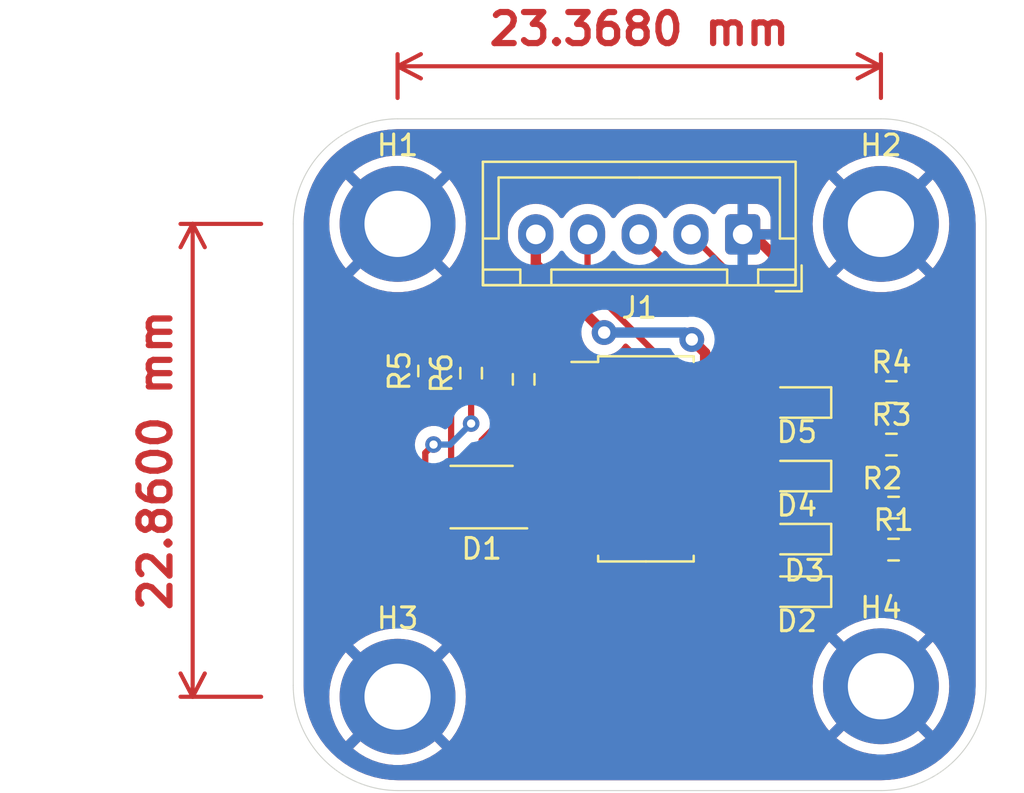
<source format=kicad_pcb>
(kicad_pcb (version 20221018) (generator pcbnew)
  (layers (0 "F.Cu" signal) (31 "B.Cu" signal) (34 "B.Paste" user) (35 "F.Paste" user) (36 "B.SilkS" user "B.Silkscreen") (37 "F.SilkS" user "F.Silkscreen") (38 "B.Mask" user) (39 "F.Mask" user) (44 "Edge.Cuts" user))
  (net 0 "")
  (net 1 "Net-(D1-RK)")
  (net 2 "Net-(D1-Pad6)")
  (net 3 "Net-(D1-GK-Pad4)")
  (net 4 "Net-(D1-BA)")
  (net 5 "Net-(D2-K)")
  (net 6 "Net-(D2-A)")
  (net 7 "Net-(D3-K)")
  (net 8 "Net-(D3-A)")
  (net 9 "Net-(D4-K)")
  (net 10 "Net-(D4-A)")
  (net 11 "Net-(D5-K)")
  (net 12 "Net-(D5-A)")
  (net 13 "GND")
  (net 14 "SCL")
  (net 15 "SDA")
  (net 16 "Net-(U1-LED0)")
  (net 17 "OUTPUT")
  (net 18 "+5V")
  (net 24 "Net-(D1-RA)")
  (footprint "Resistor_SMD:R_0603_1608Metric_Pad0.98x0.95mm_HandSolder" (layer "F.Cu") (at 145.288 71.628)
    (fp_text reference "R4" (at 0 -1.43) (layer "F.SilkS"))
    (fp_text value "100")
    (fp_line (start -0.254724 -0.5225) (end 0.254724 -0.5225) (stroke (width 0.12)) (layer "F.SilkS"))
    (fp_line (start -0.254724 0.5225) (end 0.254724 0.5225) (stroke (width 0.12)) (layer "F.SilkS"))
    (pad "1" smd roundrect (at -0.9125 0) (size 0.975 0.95) (layers "F.Cu" "F.Paste" "F.Mask") (net 11 "Net-(D5-K)"))
    (pad "2" smd roundrect (at 0.9125 0) (size 0.975 0.95) (layers "F.Cu" "F.Paste" "F.Mask") (net 13 "GND"))
  )
  (footprint "LED_SMD:LED_0603_1608Metric_Pad1.05x0.95mm_HandSolder" (layer "F.Cu") (at 140.716 72.136 180)
    (fp_text reference "D5" (at 0 -1.43) (layer "F.SilkS"))
    (fp_text value "LED_4")
    (fp_line (start -1.66 -0.735) (end -1.66 0.735) (stroke (width 0.12)) (layer "F.SilkS"))
    (fp_line (start -1.66 0.735) (end 0.8 0.735) (stroke (width 0.12)) (layer "F.SilkS"))
    (fp_line (start 0.8 -0.735) (end -1.66 -0.735) (stroke (width 0.12)) (layer "F.SilkS"))
    (pad "1" smd roundrect (at -0.875 0 180) (size 1.05 0.95) (layers "F.Cu" "F.Paste" "F.Mask") (net 11 "Net-(D5-K)"))
    (pad "2" smd roundrect (at 0.875 0 180) (size 1.05 0.95) (layers "F.Cu" "F.Paste" "F.Mask") (net 12 "Net-(D5-A)"))
  )
  (footprint "Resistor_SMD:R_0603_1608Metric_Pad0.98x0.95mm_HandSolder" (layer "F.Cu") (at 124.968 70.7155 90)
    (fp_text reference "R6" (at 0 -1.43 90) (layer "F.SilkS"))
    (fp_text value "100")
    (fp_line (start -0.254724 -0.5225) (end 0.254724 -0.5225) (stroke (width 0.12)) (layer "F.SilkS"))
    (fp_line (start -0.254724 0.5225) (end 0.254724 0.5225) (stroke (width 0.12)) (layer "F.SilkS"))
    (pad "1" smd roundrect (at -0.9125 0 90) (size 0.975 0.95) (layers "F.Cu" "F.Paste" "F.Mask") (net 2 "Net-(D1-Pad6)"))
    (pad "2" smd roundrect (at 0.9125 0 90) (size 0.975 0.95) (layers "F.Cu" "F.Paste" "F.Mask") (net 13 "GND"))
  )
  (footprint "Resistor_SMD:R_0603_1608Metric_Pad0.98x0.95mm_HandSolder" (layer "F.Cu") (at 127.508 71.0165 90)
    (fp_text reference "R7" hide)
    (fp_text value "150")
    (fp_line (start -0.254724 -0.5225) (end 0.254724 -0.5225) (stroke (width 0.12)) (layer "F.SilkS"))
    (fp_line (start -0.254724 0.5225) (end 0.254724 0.5225) (stroke (width 0.12)) (layer "F.SilkS"))
    (pad "1" smd roundrect (at -0.9125 0 90) (size 0.975 0.95) (layers "F.Cu" "F.Paste" "F.Mask") (net 1 "Net-(D1-RK)"))
    (pad "2" smd roundrect (at 0.9125 0 90) (size 0.975 0.95) (layers "F.Cu" "F.Paste" "F.Mask") (net 13 "GND"))
  )
  (footprint "Resistor_SMD:R_0603_1608Metric_Pad0.98x0.95mm_HandSolder" (layer "F.Cu") (at 122.936 70.612 90)
    (fp_text reference "R5" (at 0 -1.43 90) (layer "F.SilkS"))
    (fp_text value "100")
    (fp_line (start -0.254724 -0.5225) (end 0.254724 -0.5225) (stroke (width 0.12)) (layer "F.SilkS"))
    (fp_line (start -0.254724 0.5225) (end 0.254724 0.5225) (stroke (width 0.12)) (layer "F.SilkS"))
    (pad "1" smd roundrect (at -0.9125 0 90) (size 0.975 0.95) (layers "F.Cu" "F.Paste" "F.Mask") (net 3 "Net-(D1-GK-Pad4)"))
    (pad "2" smd roundrect (at 0.9125 0 90) (size 0.975 0.95) (layers "F.Cu" "F.Paste" "F.Mask") (net 13 "GND"))
  )
  (footprint "Resistor_SMD:R_0603_1608Metric_Pad0.98x0.95mm_HandSolder" (layer "F.Cu") (at 145.288 74.168)
    (fp_text reference "R3" (at 0 -1.43) (layer "F.SilkS"))
    (fp_text value "100")
    (fp_line (start -0.254724 -0.5225) (end 0.254724 -0.5225) (stroke (width 0.12)) (layer "F.SilkS"))
    (fp_line (start -0.254724 0.5225) (end 0.254724 0.5225) (stroke (width 0.12)) (layer "F.SilkS"))
    (pad "1" smd roundrect (at -0.9125 0) (size 0.975 0.95) (layers "F.Cu" "F.Paste" "F.Mask") (net 9 "Net-(D4-K)"))
    (pad "2" smd roundrect (at 0.9125 0) (size 0.975 0.95) (layers "F.Cu" "F.Paste" "F.Mask") (net 13 "GND"))
  )
  (footprint "Package_SO:TSSOP-28_4.4x9.7mm_P0.65mm" (layer "F.Cu") (at 133.4185 74.859)
    (fp_text reference "U1" hide)
    (fp_text value "PCA9685PW")
    (fp_line (start -2.31 -4.96) (end -2.31 -4.685) (stroke (width 0.12)) (layer "F.SilkS"))
    (fp_line (start -2.31 -4.685) (end -3.6 -4.685) (stroke (width 0.12)) (layer "F.SilkS"))
    (fp_line (start -2.31 4.96) (end -2.31 4.685) (stroke (width 0.12)) (layer "F.SilkS"))
    (fp_line (start 0 -4.96) (end -2.31 -4.96) (stroke (width 0.12)) (layer "F.SilkS"))
    (fp_line (start 0 -4.96) (end 2.31 -4.96) (stroke (width 0.12)) (layer "F.SilkS"))
    (fp_line (start 0 4.96) (end -2.31 4.96) (stroke (width 0.12)) (layer "F.SilkS"))
    (fp_line (start 0 4.96) (end 2.31 4.96) (stroke (width 0.12)) (layer "F.SilkS"))
    (fp_line (start 2.31 -4.96) (end 2.31 -4.685) (stroke (width 0.12)) (layer "F.SilkS"))
    (fp_line (start 2.31 4.96) (end 2.31 4.685) (stroke (width 0.12)) (layer "F.SilkS"))
    (pad "1" smd roundrect (at -2.8625 -4.225) (size 1.475 0.4) (layers "F.Cu" "F.Paste" "F.Mask"))
    (pad "2" smd roundrect (at -2.8625 -3.575) (size 1.475 0.4) (layers "F.Cu" "F.Paste" "F.Mask"))
    (pad "3" smd roundrect (at -2.8625 -2.925) (size 1.475 0.4) (layers "F.Cu" "F.Paste" "F.Mask"))
    (pad "4" smd roundrect (at -2.8625 -2.275) (size 1.475 0.4) (layers "F.Cu" "F.Paste" "F.Mask"))
    (pad "5" smd roundrect (at -2.8625 -1.625) (size 1.475 0.4) (layers "F.Cu" "F.Paste" "F.Mask"))
    (pad "6" smd roundrect (at -2.8625 -0.975) (size 1.475 0.4) (layers "F.Cu" "F.Paste" "F.Mask") (net 16 "Net-(U1-LED0)"))
    (pad "7" smd roundrect (at -2.8625 -0.325) (size 1.475 0.4) (layers "F.Cu" "F.Paste" "F.Mask") (net 24 "Net-(D1-RA)"))
    (pad "8" smd roundrect (at -2.8625 0.325) (size 1.475 0.4) (layers "F.Cu" "F.Paste" "F.Mask") (net 4 "Net-(D1-BA)"))
    (pad "9" smd roundrect (at -2.8625 0.975) (size 1.475 0.4) (layers "F.Cu" "F.Paste" "F.Mask"))
    (pad "10" smd roundrect (at -2.8625 1.625) (size 1.475 0.4) (layers "F.Cu" "F.Paste" "F.Mask"))
    (pad "11" smd roundrect (at -2.8625 2.275) (size 1.475 0.4) (layers "F.Cu" "F.Paste" "F.Mask"))
    (pad "12" smd roundrect (at -2.8625 2.925) (size 1.475 0.4) (layers "F.Cu" "F.Paste" "F.Mask"))
    (pad "13" smd roundrect (at -2.8625 3.575) (size 1.475 0.4) (layers "F.Cu" "F.Paste" "F.Mask"))
    (pad "14" smd roundrect (at -2.8625 4.225) (size 1.475 0.4) (layers "F.Cu" "F.Paste" "F.Mask") (net 13 "GND"))
    (pad "15" smd roundrect (at 2.8625 4.225) (size 1.475 0.4) (layers "F.Cu" "F.Paste" "F.Mask") (net 6 "Net-(D2-A)"))
    (pad "16" smd roundrect (at 2.8625 3.575) (size 1.475 0.4) (layers "F.Cu" "F.Paste" "F.Mask"))
    (pad "17" smd roundrect (at 2.8625 2.925) (size 1.475 0.4) (layers "F.Cu" "F.Paste" "F.Mask") (net 8 "Net-(D3-A)"))
    (pad "18" smd roundrect (at 2.8625 2.275) (size 1.475 0.4) (layers "F.Cu" "F.Paste" "F.Mask"))
    (pad "19" smd roundrect (at 2.8625 1.625) (size 1.475 0.4) (layers "F.Cu" "F.Paste" "F.Mask") (net 10 "Net-(D4-A)"))
    (pad "20" smd roundrect (at 2.8625 0.975) (size 1.475 0.4) (layers "F.Cu" "F.Paste" "F.Mask"))
    (pad "21" smd roundrect (at 2.8625 0.325) (size 1.475 0.4) (layers "F.Cu" "F.Paste" "F.Mask") (net 12 "Net-(D5-A)"))
    (pad "22" smd roundrect (at 2.8625 -0.325) (size 1.475 0.4) (layers "F.Cu" "F.Paste" "F.Mask"))
    (pad "23" smd roundrect (at 2.8625 -0.975) (size 1.475 0.4) (layers "F.Cu" "F.Paste" "F.Mask") (net 17 "OUTPUT"))
    (pad "24" smd roundrect (at 2.8625 -1.625) (size 1.475 0.4) (layers "F.Cu" "F.Paste" "F.Mask"))
    (pad "25" smd roundrect (at 2.8625 -2.275) (size 1.475 0.4) (layers "F.Cu" "F.Paste" "F.Mask"))
    (pad "26" smd roundrect (at 2.8625 -2.925) (size 1.475 0.4) (layers "F.Cu" "F.Paste" "F.Mask") (net 14 "SCL"))
    (pad "27" smd roundrect (at 2.8625 -3.575) (size 1.475 0.4) (layers "F.Cu" "F.Paste" "F.Mask") (net 15 "SDA"))
    (pad "28" smd roundrect (at 2.8625 -4.225) (size 1.475 0.4) (layers "F.Cu" "F.Paste" "F.Mask") (net 18 "+5V"))
  )
  (footprint "Connector_JST:JST_XH_B5B-XH-A_1x05_P2.50mm_Vertical" (layer "F.Cu") (at 138.096 64.008 180)
    (fp_text reference "J1" (at 5 -3.55) (layer "F.SilkS"))
    (fp_text value "Conn_01x05")
    (fp_line (start -2.85 -2.75) (end -2.85 -1.5) (stroke (width 0.12)) (layer "F.SilkS"))
    (fp_line (start -2.56 -2.46) (end -2.56 3.51) (stroke (width 0.12)) (layer "F.SilkS"))
    (fp_line (start -2.56 3.51) (end 12.56 3.51) (stroke (width 0.12)) (layer "F.SilkS"))
    (fp_line (start -2.55 -2.45) (end -2.55 -1.7) (stroke (width 0.12)) (layer "F.SilkS"))
    (fp_line (start -2.55 -1.7) (end -0.75 -1.7) (stroke (width 0.12)) (layer "F.SilkS"))
    (fp_line (start -2.55 -0.2) (end -1.8 -0.2) (stroke (width 0.12)) (layer "F.SilkS"))
    (fp_line (start -1.8 -0.2) (end -1.8 2.75) (stroke (width 0.12)) (layer "F.SilkS"))
    (fp_line (start -1.8 2.75) (end 5 2.75) (stroke (width 0.12)) (layer "F.SilkS"))
    (fp_line (start -1.6 -2.75) (end -2.85 -2.75) (stroke (width 0.12)) (layer "F.SilkS"))
    (fp_line (start -0.75 -2.45) (end -2.55 -2.45) (stroke (width 0.12)) (layer "F.SilkS"))
    (fp_line (start -0.75 -1.7) (end -0.75 -2.45) (stroke (width 0.12)) (layer "F.SilkS"))
    (fp_line (start 0.75 -2.45) (end 0.75 -1.7) (stroke (width 0.12)) (layer "F.SilkS"))
    (fp_line (start 0.75 -1.7) (end 9.25 -1.7) (stroke (width 0.12)) (layer "F.SilkS"))
    (fp_line (start 9.25 -2.45) (end 0.75 -2.45) (stroke (width 0.12)) (layer "F.SilkS"))
    (fp_line (start 9.25 -1.7) (end 9.25 -2.45) (stroke (width 0.12)) (layer "F.SilkS"))
    (fp_line (start 10.75 -2.45) (end 10.75 -1.7) (stroke (width 0.12)) (layer "F.SilkS"))
    (fp_line (start 10.75 -1.7) (end 12.55 -1.7) (stroke (width 0.12)) (layer "F.SilkS"))
    (fp_line (start 11.8 -0.2) (end 11.8 2.75) (stroke (width 0.12)) (layer "F.SilkS"))
    (fp_line (start 11.8 2.75) (end 5 2.75) (stroke (width 0.12)) (layer "F.SilkS"))
    (fp_line (start 12.55 -2.45) (end 10.75 -2.45) (stroke (width 0.12)) (layer "F.SilkS"))
    (fp_line (start 12.55 -1.7) (end 12.55 -2.45) (stroke (width 0.12)) (layer "F.SilkS"))
    (fp_line (start 12.55 -0.2) (end 11.8 -0.2) (stroke (width 0.12)) (layer "F.SilkS"))
    (fp_line (start 12.56 -2.46) (end -2.56 -2.46) (stroke (width 0.12)) (layer "F.SilkS"))
    (fp_line (start 12.56 3.51) (end 12.56 -2.46) (stroke (width 0.12)) (layer "F.SilkS"))
    (pad "1" thru_hole roundrect (at 0 0 180) (size 1.7 1.95) (drill 0.95) (layers "*.Cu" "*.Mask") (roundrect_rratio 0.147059) (net 13 "GND"))
    (pad "2" thru_hole oval (at 2.5 0 180) (size 1.7 1.95) (drill 0.95) (layers "*.Cu" "*.Mask") (net 17 "OUTPUT"))
    (pad "3" thru_hole oval (at 5 0 180) (size 1.7 1.95) (drill 0.95) (layers "*.Cu" "*.Mask") (net 14 "SCL"))
    (pad "4" thru_hole oval (at 7.5 0 180) (size 1.7 1.95) (drill 0.95) (layers "*.Cu" "*.Mask") (net 15 "SDA"))
    (pad "5" thru_hole oval (at 10 0 180) (size 1.7 1.95) (drill 0.95) (layers "*.Cu" "*.Mask") (net 18 "+5V"))
  )
  (footprint "MountingHole:MountingHole_3.2mm_M3_DIN965_Pad" (layer "F.Cu") (at 144.78 85.852)
    (fp_text reference "H4" (at 0 -3.8) (layer "F.SilkS"))
    (fp_text value "MountingHole_Pad")
    (pad "1" thru_hole circle (at 0 0) (size 5.6 5.6) (drill 3.2) (layers "*.Cu" "*.Mask") (net 13 "GND"))
  )
  (footprint "LED_SMD:LED_0603_1608Metric_Pad1.05x0.95mm_HandSolder" (layer "F.Cu") (at 140.716 75.692 180)
    (fp_text reference "D4" (at 0 -1.43) (layer "F.SilkS"))
    (fp_text value "LED_3")
    (fp_line (start -1.66 -0.735) (end -1.66 0.735) (stroke (width 0.12)) (layer "F.SilkS"))
    (fp_line (start -1.66 0.735) (end 0.8 0.735) (stroke (width 0.12)) (layer "F.SilkS"))
    (fp_line (start 0.8 -0.735) (end -1.66 -0.735) (stroke (width 0.12)) (layer "F.SilkS"))
    (pad "1" smd roundrect (at -0.875 0 180) (size 1.05 0.95) (layers "F.Cu" "F.Paste" "F.Mask") (net 9 "Net-(D4-K)"))
    (pad "2" smd roundrect (at 0.875 0 180) (size 1.05 0.95) (layers "F.Cu" "F.Paste" "F.Mask") (net 10 "Net-(D4-A)"))
  )
  (footprint "MountingHole:MountingHole_3.2mm_M3_DIN965_Pad" (layer "F.Cu") (at 144.78 63.5)
    (fp_text reference "H2" (at 0 -3.8) (layer "F.SilkS"))
    (fp_text value "MountingHole_Pad")
    (pad "1" thru_hole circle (at 0 0) (size 5.6 5.6) (drill 3.2) (layers "*.Cu" "*.Mask") (net 13 "GND"))
  )
  (footprint "MountingHole:MountingHole_3.2mm_M3_DIN965_Pad" (layer "F.Cu") (at 121.412 63.5)
    (fp_text reference "H1" (at 0 -3.8) (layer "F.SilkS"))
    (fp_text value "MountingHole_Pad")
    (pad "1" thru_hole circle (at 0 0) (size 5.6 5.6) (drill 3.2) (layers "*.Cu" "*.Mask") (net 13 "GND"))
  )
  (footprint "LED_SMD:LED_Avago_PLCC6_3x2.8mm" (layer "F.Cu") (at 125.476 76.708 180)
    (fp_text reference "D1" (at 0 -2.5) (layer "F.SilkS"))
    (fp_text value "LED_RGB")
    (fp_line (start -2.2 -1.51) (end 1.5 -1.51) (stroke (width 0.12)) (layer "F.SilkS"))
    (fp_line (start -1.5 1.51) (end 1.5 1.51) (stroke (width 0.12)) (layer "F.SilkS"))
    (pad "1" smd rect (at -1.475 -0.9 180) (size 1.6 0.5) (layers "F.Cu" "F.Paste" "F.Mask") (net 24 "Net-(D1-RA)"))
    (pad "2" smd rect (at -1.475 0 180) (size 1.6 0.5) (layers "F.Cu" "F.Paste" "F.Mask") (net 1 "Net-(D1-RK)"))
    (pad "3" smd rect (at -1.475 0.9 180) (size 1.6 0.5) (layers "F.Cu" "F.Paste" "F.Mask") (net 16 "Net-(U1-LED0)"))
    (pad "4" smd rect (at 1.475 0.9 180) (size 1.6 0.5) (layers "F.Cu" "F.Paste" "F.Mask") (net 3 "Net-(D1-GK-Pad4)"))
    (pad "5" smd rect (at 1.475 0 180) (size 1.6 0.5) (layers "F.Cu" "F.Paste" "F.Mask") (net 4 "Net-(D1-BA)"))
    (pad "6" smd rect (at 1.475 -0.9 180) (size 1.6 0.5) (layers "F.Cu" "F.Paste" "F.Mask") (net 2 "Net-(D1-Pad6)"))
  )
  (footprint "Resistor_SMD:R_0603_1608Metric_Pad0.98x0.95mm_HandSolder" (layer "F.Cu") (at 145.3915 77.216)
    (fp_text reference "R2" (at -0.544 -1.404) (layer "F.SilkS"))
    (fp_text value "100")
    (fp_line (start -0.254724 -0.5225) (end 0.254724 -0.5225) (stroke (width 0.12)) (layer "F.SilkS"))
    (fp_line (start -0.254724 0.5225) (end 0.254724 0.5225) (stroke (width 0.12)) (layer "F.SilkS"))
    (pad "1" smd roundrect (at -0.9125 0) (size 0.975 0.95) (layers "F.Cu" "F.Paste" "F.Mask") (net 7 "Net-(D3-K)"))
    (pad "2" smd roundrect (at 0.9125 0) (size 0.975 0.95) (layers "F.Cu" "F.Paste" "F.Mask") (net 13 "GND"))
  )
  (footprint "LED_SMD:LED_0603_1608Metric_Pad1.05x0.95mm_HandSolder" (layer "F.Cu") (at 140.716 81.28 180)
    (fp_text reference "D2" (at 0 -1.43) (layer "F.SilkS"))
    (fp_text value "LED_1")
    (fp_line (start -1.66 -0.735) (end -1.66 0.735) (stroke (width 0.12)) (layer "F.SilkS"))
    (fp_line (start -1.66 0.735) (end 0.8 0.735) (stroke (width 0.12)) (layer "F.SilkS"))
    (fp_line (start 0.8 -0.735) (end -1.66 -0.735) (stroke (width 0.12)) (layer "F.SilkS"))
    (pad "1" smd roundrect (at -0.875 0 180) (size 1.05 0.95) (layers "F.Cu" "F.Paste" "F.Mask") (net 5 "Net-(D2-K)"))
    (pad "2" smd roundrect (at 0.875 0 180) (size 1.05 0.95) (layers "F.Cu" "F.Paste" "F.Mask") (net 6 "Net-(D2-A)"))
  )
  (footprint "LED_SMD:LED_0603_1608Metric_Pad1.05x0.95mm_HandSolder" (layer "F.Cu") (at 140.716 78.74 180)
    (fp_text reference "D3" (at -0.367 -1.524) (layer "F.SilkS"))
    (fp_text value "LED_2")
    (fp_line (start -1.66 -0.735) (end -1.66 0.735) (stroke (width 0.12)) (layer "F.SilkS"))
    (fp_line (start -1.66 0.735) (end 0.8 0.735) (stroke (width 0.12)) (layer "F.SilkS"))
    (fp_line (start 0.8 -0.735) (end -1.66 -0.735) (stroke (width 0.12)) (layer "F.SilkS"))
    (pad "1" smd roundrect (at -0.875 0 180) (size 1.05 0.95) (layers "F.Cu" "F.Paste" "F.Mask") (net 7 "Net-(D3-K)"))
    (pad "2" smd roundrect (at 0.875 0 180) (size 1.05 0.95) (layers "F.Cu" "F.Paste" "F.Mask") (net 8 "Net-(D3-A)"))
  )
  (footprint "MountingHole:MountingHole_3.2mm_M3_DIN965_Pad" (layer "F.Cu") (at 121.412 86.36)
    (fp_text reference "H3" (at 0 -3.8) (layer "F.SilkS"))
    (fp_text value "MountingHole_Pad")
    (pad "1" thru_hole circle (at 0 0) (size 5.6 5.6) (drill 3.2) (layers "*.Cu" "*.Mask") (net 13 "GND"))
  )
  (footprint "Resistor_SMD:R_0603_1608Metric_Pad0.98x0.95mm_HandSolder" (layer "F.Cu") (at 145.3915 79.248)
    (fp_text reference "R1" (at 0 -1.43) (layer "F.SilkS"))
    (fp_text value "100")
    (fp_line (start -0.254724 -0.5225) (end 0.254724 -0.5225) (stroke (width 0.12)) (layer "F.SilkS"))
    (fp_line (start -0.254724 0.5225) (end 0.254724 0.5225) (stroke (width 0.12)) (layer "F.SilkS"))
    (pad "1" smd roundrect (at -0.9125 0) (size 0.975 0.95) (layers "F.Cu" "F.Paste" "F.Mask") (net 5 "Net-(D2-K)"))
    (pad "2" smd roundrect (at 0.9125 0) (size 0.975 0.95) (layers "F.Cu" "F.Paste" "F.Mask") (net 13 "GND"))
  )
  (gr_line (start 144.78 90.895898) (end 121.448102 90.895898) (stroke (width 0.05)) (layer "Edge.Cuts"))
  (gr_line (start 144.78 58.42) (end 121.412 58.42) (stroke (width 0.05)) (layer "Edge.Cuts"))
  (gr_arc (start 121.448102 90.895898) (mid 117.856 89.408) (end 116.368102 85.815898) (stroke (width 0.05)) (layer "Edge.Cuts"))
  (gr_arc (start 149.86 85.852) (mid 148.359406 89.420833) (end 144.78 90.896026) (stroke (width 0.05)) (layer "Edge.Cuts"))
  (gr_line (start 116.368102 63.5) (end 116.368102 85.815898) (stroke (width 0.05)) (layer "Edge.Cuts"))
  (gr_arc (start 144.78 58.42) (mid 148.372102 59.907898) (end 149.86 63.5) (stroke (width 0.05)) (layer "Edge.Cuts"))
  (gr_arc (start 116.367974 63.5) (mid 117.843168 59.920594) (end 121.412 58.42) (stroke (width 0.05)) (layer "Edge.Cuts"))
  (gr_line (start 149.86 63.5) (end 149.86 85.852) (stroke (width 0.05)) (layer "Edge.Cuts"))
  (gr_text "T" (at 118.364 79.248) (layer "F.Cu") (effects (font (size 1.5 1.5) (thickness 0.3) bold) (justify left bottom)))
  (gr_text "Led driver" (at 128.016 88.9) (layer "F.Cu") (effects (font (size 1.5 1.5) (thickness 0.3) bold) (justify left bottom)))
  (gr_text "Cohoma" (at 128.016 86.36) (layer "F.Cu") (effects (font (size 1.5 1.5) (thickness 0.3) bold) (justify left bottom)))
  (gr_text "B" (at 118.364 79.248) (layer "B.Cu") (effects (font (size 1.5 1.5) (thickness 0.3) bold) (justify left bottom)))
  (dimension (type aligned) (layer "F.Cu") (pts (xy 121.412 57.912) (xy 144.78 57.912)) (height -2.032) (gr_text "23,3680 mm" (at 133.096 54.08) (layer "F.Cu") (effects (font (size 1.5 1.5) (thickness 0.3)))) (format (prefix "") (suffix "") (units 3) (units_format 1) (precision 4)) (style (thickness 0.2) (arrow_length 1.27) (text_position_mode 0) (extension_height 0.58642) (extension_offset 0.5) keep_text_aligned))
  (dimension (type aligned) (layer "F.Cu") (pts (xy 115.316 63.5) (xy 115.316 86.36)) (height 3.809999) (gr_text "22,8600 mm" (at 109.706001 74.93 90) (layer "F.Cu") (effects (font (size 1.5 1.5) (thickness 0.3)))) (format (prefix "") (suffix "") (units 3) (units_format 1) (precision 4)) (style (thickness 0.2) (arrow_length 1.27) (text_position_mode 0) (extension_height 0.58642) (extension_offset 0.5) keep_text_aligned))
  (segment (start 125.851 76.708) (end 125.476 76.333) (width 0.3) (layer "F.Cu") (net 1))
  (segment (start 126.951 76.708) (end 125.851 76.708) (width 0.3) (layer "F.Cu") (net 1))
  (segment (start 125.476 73.961) (end 127.508 71.929) (width 0.3) (layer "F.Cu") (net 1))
  (segment (start 125.476 76.333) (end 125.476 73.961) (width 0.3) (layer "F.Cu") (net 1))
  (segment (start 122.751 74.5685) (end 123.1515 74.168) (width 0.3) (layer "F.Cu") (net 2))
  (segment (start 122.901 77.608) (end 122.751 77.458) (width 0.3) (layer "F.Cu") (net 2))
  (segment (start 124.978252 71.617748) (end 124.968 71.628) (width 0.3) (layer "F.Cu") (net 2))
  (segment (start 122.751 77.458) (end 122.751 74.5685) (width 0.3) (layer "F.Cu") (net 2))
  (segment (start 124.001 77.608) (end 122.901 77.608) (width 0.3) (layer "F.Cu") (net 2))
  (segment (start 124.968 73.152) (end 124.968 71.628) (width 0.3) (layer "F.Cu") (net 2))
  (via (at 123.1515 74.168) (size 0.8) (drill 0.4) (layers "F.Cu" "B.Cu") (net 2))
  (via (at 124.968 73.152) (size 0.8) (drill 0.4) (layers "F.Cu" "B.Cu") (net 2))
  (segment (start 123.952 74.168) (end 124.968 73.152) (width 0.3) (layer "B.Cu") (net 2))
  (segment (start 123.1515 74.168) (end 123.952 74.168) (width 0.3) (layer "B.Cu") (net 2))
  (segment (start 124.001 72.5895) (end 122.936 71.5245) (width 0.3) (layer "F.Cu") (net 3))
  (segment (start 124.001 75.808) (end 124.001 72.5895) (width 0.3) (layer "F.Cu") (net 3))
  (segment (start 124.001 75.643) (end 123.952 75.692) (width 0) (layer "F.Cu") (net 3))
  (segment (start 122.8605 71.6) (end 122.936 71.5245) (width 0.3) (layer "F.Cu") (net 3))
  (segment (start 125.002472 76.708) (end 125.701 77.406528) (width 0.3) (layer "F.Cu") (net 4))
  (segment (start 129.54 75.184) (end 130.556 75.184) (width 0.3) (layer "F.Cu") (net 4))
  (segment (start 129.3685 77.3875) (end 129.3685 75.3555) (width 0.3) (layer "F.Cu") (net 4))
  (segment (start 125.701 78.308) (end 128.448 78.308) (width 0.3) (layer "F.Cu") (net 4))
  (segment (start 129.3685 75.3555) (end 129.54 75.184) (width 0.3) (layer "F.Cu") (net 4))
  (segment (start 128.448 78.308) (end 129.3685 77.3875) (width 0.3) (layer "F.Cu") (net 4))
  (segment (start 125.701 77.406528) (end 125.701 78.308) (width 0.3) (layer "F.Cu") (net 4))
  (segment (start 124.001 76.708) (end 125.002472 76.708) (width 0.3) (layer "F.Cu") (net 4))
  (segment (start 142.447 81.28) (end 144.479 79.248) (width 0.3) (layer "F.Cu") (net 5))
  (segment (start 141.591 81.28) (end 142.447 81.28) (width 0.3) (layer "F.Cu") (net 5))
  (segment (start 139.841 81.28) (end 138.477 81.28) (width 0.3) (layer "F.Cu") (net 6))
  (segment (start 138.477 81.28) (end 136.281 79.084) (width 0.3) (layer "F.Cu") (net 6))
  (segment (start 142.955 78.74) (end 144.479 77.216) (width 0.3) (layer "F.Cu") (net 7))
  (segment (start 141.591 78.74) (end 142.955 78.74) (width 0.3) (layer "F.Cu") (net 7))
  (segment (start 139.841 78.74) (end 138.885 77.784) (width 0.3) (layer "F.Cu") (net 8))
  (segment (start 138.885 77.784) (end 136.281 77.784) (width 0.3) (layer "F.Cu") (net 8))
  (segment (start 141.591 75.692) (end 142.8515 75.692) (width 0.3) (layer "F.Cu") (net 9))
  (segment (start 142.8515 75.692) (end 144.3755 74.168) (width 0.3) (layer "F.Cu") (net 9))
  (segment (start 139.049 76.484) (end 136.281 76.484) (width 0.3) (layer "F.Cu") (net 10))
  (segment (start 139.841 75.692) (end 139.049 76.484) (width 0.3) (layer "F.Cu") (net 10))
  (segment (start 143.8675 72.136) (end 144.3755 71.628) (width 0.3) (layer "F.Cu") (net 11))
  (segment (start 141.591 72.136) (end 143.8675 72.136) (width 0.3) (layer "F.Cu") (net 11))
  (segment (start 139.841 72.136) (end 139.841 72.843528) (width 0.3) (layer "F.Cu") (net 12))
  (segment (start 139.841 72.843528) (end 137.500528 75.184) (width 0.3) (layer "F.Cu") (net 12))
  (segment (start 137.500528 75.184) (end 136.281 75.184) (width 0.3) (layer "F.Cu") (net 12))
  (segment (start 127.508 70.104) (end 125.269 70.104) (width 0.5) (layer "F.Cu") (net 13))
  (segment (start 146.2005 77.1125) (end 146.304 77.216) (width 0.5) (layer "F.Cu") (net 13))
  (segment (start 124.968 69.803) (end 123.0395 69.803) (width 0.5) (layer "F.Cu") (net 13))
  (segment (start 131.858 80.486) (end 130.556 79.184) (width 0.5) (layer "F.Cu") (net 13))
  (segment (start 125.269 70.104) (end 124.968 69.803) (width 0.5) (layer "F.Cu") (net 13))
  (segment (start 138.096 64.008) (end 138.5805 64.008) (width 0.5) (layer "F.Cu") (net 13))
  (segment (start 121.911 78.731) (end 121.911 70.7245) (width 0.5) (layer "F.Cu") (net 13))
  (segment (start 123.0395 69.803) (end 122.936 69.6995) (width 0.5) (layer "F.Cu") (net 13))
  (segment (start 146.304 79.248) (end 143.247 82.305) (width 0.5) (layer "F.Cu") (net 13))
  (segment (start 146.2005 71.628) (end 146.2005 74.168) (width 0.5) (layer "F.Cu") (net 13))
  (segment (start 133.677 82.305) (end 131.858 80.486) (width 0.5) (layer "F.Cu") (net 13))
  (segment (start 121.911 70.7245) (end 122.936 69.6995) (width 0.5) (layer "F.Cu") (net 13))
  (segment (start 131.858 80.486) (end 123.666 80.486) (width 0.5) (layer "F.Cu") (net 13))
  (segment (start 146.304 77.216) (end 146.304 79.248) (width 0.5) (layer "F.Cu") (net 13))
  (segment (start 123.666 80.486) (end 121.911 78.731) (width 0.5) (layer "F.Cu") (net 13))
  (segment (start 138.5805 64.008) (end 146.2005 71.628) (width 0.5) (layer "F.Cu") (net 13))
  (segment (start 143.247 82.305) (end 133.677 82.305) (width 0.5) (layer "F.Cu") (net 13))
  (segment (start 146.2005 74.168) (end 146.2005 77.1125) (width 0.5) (layer "F.Cu") (net 13))
  (segment (start 133.096 64.008) (end 138.084 68.996) (width 0.3) (layer "F.Cu") (net 14))
  (segment (start 137.354158 71.934) (end 136.281 71.934) (width 0.3) (layer "F.Cu") (net 14))
  (segment (start 138.084 71.204158) (end 137.354158 71.934) (width 0.3) (layer "F.Cu") (net 14))
  (segment (start 138.084 68.996) (end 138.084 71.204158) (width 0.3) (layer "F.Cu") (net 14))
  (segment (start 130.596 66.464317) (end 135.415683 71.284) (width 0.3) (layer "F.Cu") (net 15))
  (segment (start 130.596 64.008) (end 130.596 66.464317) (width 0.3) (layer "F.Cu") (net 15))
  (segment (start 135.415683 71.284) (end 136.281 71.284) (width 0.3) (layer "F.Cu") (net 15))
  (segment (start 126.951 75.808) (end 128.875 73.884) (width 0.3) (layer "F.Cu") (net 16))
  (segment (start 128.875 73.884) (end 130.556 73.884) (width 0.3) (layer "F.Cu") (net 16))
  (segment (start 135.596 64.008) (end 138.684 67.096) (width 0.3) (layer "F.Cu") (net 17))
  (segment (start 138.684 73.152) (end 137.952 73.884) (width 0.3) (layer "F.Cu") (net 17))
  (segment (start 137.952 73.884) (end 136.281 73.884) (width 0.3) (layer "F.Cu") (net 17))
  (segment (start 138.684 67.096) (end 138.684 73.152) (width 0.3) (layer "F.Cu") (net 17))
  (segment (start 135.636 69.088) (end 136.281 69.733) (width 0.5) (layer "F.Cu") (net 18))
  (segment (start 136.281 69.733) (end 136.281 70.534) (width 0.5) (layer "F.Cu") (net 18))
  (segment (start 128.096 64.008) (end 128.096 65.448535) (width 0.5) (layer "F.Cu") (net 18))
  (segment (start 128.096 65.448535) (end 131.399732 68.752267) (width 0.5) (layer "F.Cu") (net 18))
  (via (at 131.399732 68.752267) (size 1.2) (drill 0.6) (layers "F.Cu" "B.Cu") (net 18))
  (via (at 135.636 69.088) (size 1.2) (drill 0.6) (layers "F.Cu" "B.Cu") (net 18))
  (segment (start 131.399732 68.752267) (end 135.300267 68.752267) (width 0.5) (layer "B.Cu") (net 18))
  (segment (start 135.300267 68.752267) (end 135.636 69.088) (width 0.5) (layer "B.Cu") (net 18))
  (segment (start 128.001 77.608) (end 128.201 77.408) (width 0.3) (layer "F.Cu") (net 24))
  (segment (start 126.951 77.608) (end 128.001 77.608) (width 0.3) (layer "F.Cu") (net 24))
  (segment (start 129.073528 74.534) (end 130.556 74.534) (width 0.3) (layer "F.Cu") (net 24))
  (segment (start 128.201 75.406528) (end 129.073528 74.534) (width 0.3) (layer "F.Cu") (net 24))
  (segment (start 128.201 77.408) (end 128.201 75.406528) (width 0.3) (layer "F.Cu") (net 24))
  (zone (net 13) (net_name "GND") (layer "F.Cu") (connect_pads (clearance 0.5)) (min_thickness 0.25) (fill yes (thermal_gap 0.5) (thermal_bridge_width 0.5))
    (polygon (pts (xy 116.332 58.42) (xy 149.86 58.42) (xy 149.86 90.932) (xy 116.332 90.932)))
  )
  (zone (net 13) (net_name "GND") (layer "B.Cu") (priority 1) (connect_pads (clearance 0.5)) (min_thickness 0.25) (fill yes (thermal_gap 0.5) (thermal_bridge_width 0.5))
    (polygon (pts (xy 116.332 58.42) (xy 149.86 58.42) (xy 149.86 90.932) (xy 116.332 90.932)))
  )
)
</source>
